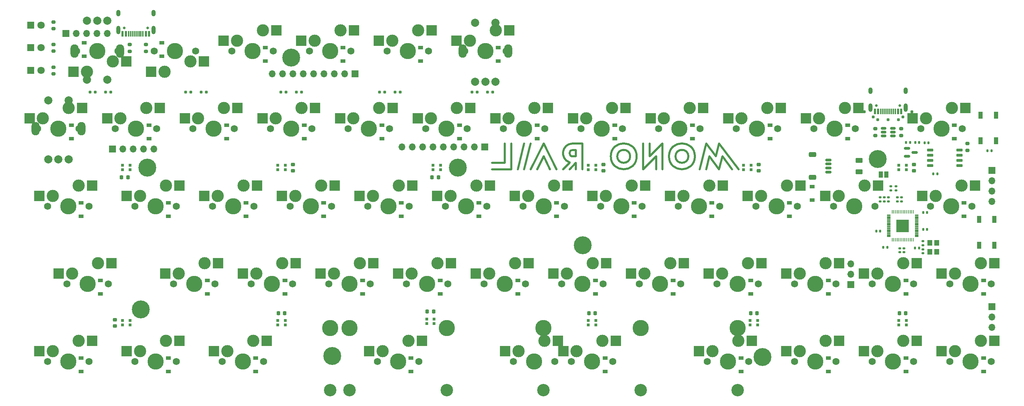
<source format=gbs>
%TF.GenerationSoftware,KiCad,Pcbnew,(6.0.10)*%
%TF.CreationDate,2023-05-23T15:51:50-05:00*%
%TF.ProjectId,Monorail_Jet,4d6f6e6f-7261-4696-9c5f-4a65742e6b69,rev?*%
%TF.SameCoordinates,Original*%
%TF.FileFunction,Soldermask,Bot*%
%TF.FilePolarity,Negative*%
%FSLAX46Y46*%
G04 Gerber Fmt 4.6, Leading zero omitted, Abs format (unit mm)*
G04 Created by KiCad (PCBNEW (6.0.10)) date 2023-05-23 15:51:50*
%MOMM*%
%LPD*%
G01*
G04 APERTURE LIST*
G04 Aperture macros list*
%AMRoundRect*
0 Rectangle with rounded corners*
0 $1 Rounding radius*
0 $2 $3 $4 $5 $6 $7 $8 $9 X,Y pos of 4 corners*
0 Add a 4 corners polygon primitive as box body*
4,1,4,$2,$3,$4,$5,$6,$7,$8,$9,$2,$3,0*
0 Add four circle primitives for the rounded corners*
1,1,$1+$1,$2,$3*
1,1,$1+$1,$4,$5*
1,1,$1+$1,$6,$7*
1,1,$1+$1,$8,$9*
0 Add four rect primitives between the rounded corners*
20,1,$1+$1,$2,$3,$4,$5,0*
20,1,$1+$1,$4,$5,$6,$7,0*
20,1,$1+$1,$6,$7,$8,$9,0*
20,1,$1+$1,$8,$9,$2,$3,0*%
G04 Aperture macros list end*
%ADD10C,0.500000*%
%ADD11C,3.000000*%
%ADD12C,3.048000*%
%ADD13C,3.987800*%
%ADD14C,1.750000*%
%ADD15R,2.550000X2.500000*%
%ADD16C,0.787400*%
%ADD17R,1.700000X1.700000*%
%ADD18O,1.700000X1.700000*%
%ADD19R,1.800000X1.800000*%
%ADD20C,1.800000*%
%ADD21C,4.400000*%
%ADD22C,2.000000*%
%ADD23RoundRect,1.000000X0.000000X-0.650000X0.000000X0.650000X0.000000X0.650000X0.000000X-0.650000X0*%
%ADD24RoundRect,0.250000X0.625000X-0.375000X0.625000X0.375000X-0.625000X0.375000X-0.625000X-0.375000X0*%
%ADD25C,0.650000*%
%ADD26R,0.600000X1.450000*%
%ADD27R,0.300000X1.450000*%
%ADD28O,1.000000X2.100000*%
%ADD29O,1.000000X1.600000*%
%ADD30RoundRect,0.200000X0.275000X-0.200000X0.275000X0.200000X-0.275000X0.200000X-0.275000X-0.200000X0*%
%ADD31RoundRect,0.135000X0.185000X-0.135000X0.185000X0.135000X-0.185000X0.135000X-0.185000X-0.135000X0*%
%ADD32RoundRect,0.150000X0.512500X0.150000X-0.512500X0.150000X-0.512500X-0.150000X0.512500X-0.150000X0*%
%ADD33R,1.200000X0.900000*%
%ADD34RoundRect,0.225000X-0.250000X0.225000X-0.250000X-0.225000X0.250000X-0.225000X0.250000X0.225000X0*%
%ADD35RoundRect,0.135000X-0.135000X-0.185000X0.135000X-0.185000X0.135000X0.185000X-0.135000X0.185000X0*%
%ADD36R,0.700000X0.700000*%
%ADD37RoundRect,0.140000X0.170000X-0.140000X0.170000X0.140000X-0.170000X0.140000X-0.170000X-0.140000X0*%
%ADD38RoundRect,0.225000X0.225000X0.250000X-0.225000X0.250000X-0.225000X-0.250000X0.225000X-0.250000X0*%
%ADD39RoundRect,0.200000X-0.275000X0.200000X-0.275000X-0.200000X0.275000X-0.200000X0.275000X0.200000X0*%
%ADD40RoundRect,0.140000X0.140000X0.170000X-0.140000X0.170000X-0.140000X-0.170000X0.140000X-0.170000X0*%
%ADD41RoundRect,0.140000X-0.140000X-0.170000X0.140000X-0.170000X0.140000X0.170000X-0.140000X0.170000X0*%
%ADD42R,1.000000X1.700000*%
%ADD43RoundRect,0.006000X0.414000X0.094000X-0.414000X0.094000X-0.414000X-0.094000X0.414000X-0.094000X0*%
%ADD44RoundRect,0.020000X0.080000X0.400000X-0.080000X0.400000X-0.080000X-0.400000X0.080000X-0.400000X0*%
%ADD45R,3.100000X3.100000*%
%ADD46RoundRect,0.225000X-0.225000X-0.250000X0.225000X-0.250000X0.225000X0.250000X-0.225000X0.250000X0*%
%ADD47RoundRect,0.225000X0.250000X-0.225000X0.250000X0.225000X-0.250000X0.225000X-0.250000X-0.225000X0*%
%ADD48RoundRect,0.140000X-0.170000X0.140000X-0.170000X-0.140000X0.170000X-0.140000X0.170000X0.140000X0*%
%ADD49RoundRect,0.150000X0.650000X0.150000X-0.650000X0.150000X-0.650000X-0.150000X0.650000X-0.150000X0*%
%ADD50RoundRect,0.150000X0.625000X-0.150000X0.625000X0.150000X-0.625000X0.150000X-0.625000X-0.150000X0*%
%ADD51RoundRect,0.250000X0.650000X-0.350000X0.650000X0.350000X-0.650000X0.350000X-0.650000X-0.350000X0*%
%ADD52RoundRect,1.000000X0.000000X0.650000X0.000000X-0.650000X0.000000X-0.650000X0.000000X0.650000X0*%
%ADD53R,1.000000X1.500000*%
%ADD54RoundRect,0.150000X-0.587500X-0.150000X0.587500X-0.150000X0.587500X0.150000X-0.587500X0.150000X0*%
%ADD55R,1.200000X1.400000*%
%ADD56RoundRect,0.135000X0.135000X0.185000X-0.135000X0.185000X-0.135000X-0.185000X0.135000X-0.185000X0*%
G04 APERTURE END LIST*
D10*
X180784375Y-79775000D02*
G75*
G03*
X180784375Y-79775000I-3175000J0D01*
G01*
X165100000Y-76624184D02*
X167481250Y-76624184D01*
X148431250Y-81386684D02*
X148431250Y-76624184D01*
X145256250Y-81386684D02*
X148431250Y-81386684D01*
X196262500Y-82950000D02*
X197850000Y-76600000D01*
X201025000Y-82950000D02*
X198643750Y-79775000D01*
X187134375Y-76600000D02*
X183959375Y-79775000D01*
X204200000Y-82950000D02*
X201818750Y-79775000D01*
X200231250Y-79775000D02*
X201025000Y-76600000D01*
X151606250Y-82974184D02*
X153193750Y-76624184D01*
X187134375Y-82950000D02*
X187134375Y-76600000D01*
X164306250Y-82974184D02*
X165893750Y-81386684D01*
X150018750Y-82974184D02*
X145256250Y-82974184D01*
X179196875Y-79775000D02*
G75*
G03*
X179196875Y-79775000I-1587500J0D01*
G01*
X165893750Y-82974184D02*
X165893750Y-81386684D01*
X201025000Y-82950000D02*
X201818750Y-79775000D01*
X165893750Y-78211684D02*
X165100000Y-78211684D01*
X182371875Y-82950000D02*
X185546875Y-79775000D01*
X182371875Y-82950000D02*
X182371875Y-76600000D01*
X205787500Y-82950000D02*
X201025000Y-76600000D01*
X197850000Y-82950000D02*
X198643750Y-79775000D01*
X165893750Y-79799184D02*
X165893750Y-78211684D01*
X156368750Y-82974184D02*
X157956250Y-79799184D01*
X185546875Y-79775000D02*
X185546875Y-82950000D01*
X195071875Y-79775000D02*
G75*
G03*
X195071875Y-79775000I-3175000J0D01*
G01*
X157956250Y-79799184D02*
X159543750Y-82974184D01*
X200231250Y-79775000D02*
X197850000Y-76600000D01*
X165100000Y-76624118D02*
G75*
G03*
X164346983Y-81264486I0J-2381282D01*
G01*
X183959375Y-79775000D02*
X183959375Y-76600000D01*
X162718750Y-82974184D02*
X164306250Y-81386684D01*
X153193750Y-82974184D02*
X154781250Y-76624184D01*
X165100000Y-78211616D02*
G75*
G03*
X165100000Y-79799184I0J-793784D01*
G01*
X150018750Y-82974184D02*
X150018750Y-76624184D01*
X193484375Y-79775000D02*
G75*
G03*
X193484375Y-79775000I-1587500J0D01*
G01*
X157956250Y-76624184D02*
X154781250Y-82974184D01*
X165893750Y-79799184D02*
X165100000Y-79799184D01*
X161131250Y-82974184D02*
X157956250Y-76624184D01*
X167481250Y-82974184D02*
X167481250Y-76624184D01*
D11*
%TO.C,MX46*%
X118427500Y-127635000D03*
D12*
X134175500Y-137160000D03*
D13*
X122237500Y-130175000D03*
X110299500Y-121920000D03*
D12*
X110299500Y-137160000D03*
D11*
X124777500Y-125095000D03*
D14*
X127317500Y-130175000D03*
D13*
X134175500Y-121920000D03*
D14*
X117157500Y-130175000D03*
D15*
X115152500Y-127635000D03*
X128079500Y-125095000D03*
%TD*%
D14*
%TO.C,MX50*%
X257651250Y-130175000D03*
D11*
X258921250Y-127635000D03*
D13*
X262731250Y-130175000D03*
D14*
X267811250Y-130175000D03*
D11*
X265271250Y-125095000D03*
D15*
X255646250Y-127635000D03*
X268573250Y-125095000D03*
%TD*%
D11*
%TO.C,MX51*%
X37465000Y-127635000D03*
X43815000Y-125095000D03*
D14*
X46355000Y-130175000D03*
D13*
X41275000Y-130175000D03*
D14*
X36195000Y-130175000D03*
D15*
X34190000Y-127635000D03*
X47117000Y-125095000D03*
%TD*%
D14*
%TO.C,MX52*%
X57626250Y-130175000D03*
X67786250Y-130175000D03*
D13*
X62706250Y-130175000D03*
D11*
X65246250Y-125095000D03*
X58896250Y-127635000D03*
D15*
X55621250Y-127635000D03*
X68548250Y-125095000D03*
%TD*%
D13*
%TO.C,MX47*%
X181800500Y-121920000D03*
X157924500Y-121920000D03*
D11*
X166052500Y-127635000D03*
X172402500Y-125095000D03*
D14*
X174942500Y-130175000D03*
D13*
X169862500Y-130175000D03*
D12*
X181800500Y-137160000D03*
D14*
X164782500Y-130175000D03*
D12*
X157924500Y-137160000D03*
D15*
X162777500Y-127635000D03*
X175704500Y-125095000D03*
%TD*%
D14*
%TO.C,MX7*%
X33813750Y-73025000D03*
D13*
X38893750Y-73025000D03*
D11*
X41433750Y-67945000D03*
D14*
X43973750Y-73025000D03*
D11*
X35083750Y-70485000D03*
D15*
X31808750Y-70485000D03*
X44735750Y-67945000D03*
%TD*%
D11*
%TO.C,MX8*%
X60483750Y-67945000D03*
D13*
X57943750Y-73025000D03*
D14*
X63023750Y-73025000D03*
D11*
X54133750Y-70485000D03*
D14*
X52863750Y-73025000D03*
D15*
X50858750Y-70485000D03*
X63785750Y-67945000D03*
%TD*%
D11*
%TO.C,MX9*%
X73183750Y-70485000D03*
D14*
X71913750Y-73025000D03*
D13*
X76993750Y-73025000D03*
D11*
X79533750Y-67945000D03*
D14*
X82073750Y-73025000D03*
D15*
X69908750Y-70485000D03*
X82835750Y-67945000D03*
%TD*%
D14*
%TO.C,MX10*%
X90963750Y-73025000D03*
D13*
X96043750Y-73025000D03*
D11*
X92233750Y-70485000D03*
D14*
X101123750Y-73025000D03*
D11*
X98583750Y-67945000D03*
D15*
X88958750Y-70485000D03*
X101885750Y-67945000D03*
%TD*%
D11*
%TO.C,MX11*%
X117633750Y-67945000D03*
D14*
X110013750Y-73025000D03*
D13*
X115093750Y-73025000D03*
D14*
X120173750Y-73025000D03*
D11*
X111283750Y-70485000D03*
D15*
X108008750Y-70485000D03*
X120935750Y-67945000D03*
%TD*%
D13*
%TO.C,MX12*%
X134143750Y-73025000D03*
D11*
X130333750Y-70485000D03*
D14*
X129063750Y-73025000D03*
D11*
X136683750Y-67945000D03*
D14*
X139223750Y-73025000D03*
D15*
X127058750Y-70485000D03*
X139985750Y-67945000D03*
%TD*%
D14*
%TO.C,MX13*%
X148113750Y-73025000D03*
D13*
X153193750Y-73025000D03*
D11*
X149383750Y-70485000D03*
D14*
X158273750Y-73025000D03*
D11*
X155733750Y-67945000D03*
D15*
X146108750Y-70485000D03*
X159035750Y-67945000D03*
%TD*%
D13*
%TO.C,MX14*%
X172243750Y-73025000D03*
D11*
X168433750Y-70485000D03*
X174783750Y-67945000D03*
D14*
X177323750Y-73025000D03*
X167163750Y-73025000D03*
D15*
X165158750Y-70485000D03*
X178085750Y-67945000D03*
%TD*%
D11*
%TO.C,MX15*%
X187483750Y-70485000D03*
X193833750Y-67945000D03*
D14*
X196373750Y-73025000D03*
X186213750Y-73025000D03*
D13*
X191293750Y-73025000D03*
D15*
X184208750Y-70485000D03*
X197135750Y-67945000D03*
%TD*%
D13*
%TO.C,MX16*%
X210343750Y-73025000D03*
D14*
X205263750Y-73025000D03*
D11*
X206533750Y-70485000D03*
D14*
X215423750Y-73025000D03*
D11*
X212883750Y-67945000D03*
D15*
X203258750Y-70485000D03*
X216185750Y-67945000D03*
%TD*%
D11*
%TO.C,MX17*%
X225583750Y-70485000D03*
X231933750Y-67945000D03*
D13*
X229393750Y-73025000D03*
D14*
X234473750Y-73025000D03*
X224313750Y-73025000D03*
D15*
X222308750Y-70485000D03*
X235235750Y-67945000D03*
%TD*%
D11*
%TO.C,MX18*%
X251777500Y-70485000D03*
X258127500Y-67945000D03*
D14*
X250507500Y-73025000D03*
X260667500Y-73025000D03*
D13*
X255587500Y-73025000D03*
D15*
X248502500Y-70485000D03*
X261429500Y-67945000D03*
%TD*%
D11*
%TO.C,MX19*%
X43815000Y-86995000D03*
D14*
X36195000Y-92075000D03*
D13*
X41275000Y-92075000D03*
D14*
X46355000Y-92075000D03*
D11*
X37465000Y-89535000D03*
D15*
X34190000Y-89535000D03*
X47117000Y-86995000D03*
%TD*%
D13*
%TO.C,MX20*%
X62706250Y-92075000D03*
D11*
X58896250Y-89535000D03*
D14*
X57626250Y-92075000D03*
X67786250Y-92075000D03*
D11*
X65246250Y-86995000D03*
D15*
X55621250Y-89535000D03*
X68548250Y-86995000D03*
%TD*%
D14*
%TO.C,MX21*%
X76676250Y-92075000D03*
D13*
X81756250Y-92075000D03*
D11*
X84296250Y-86995000D03*
X77946250Y-89535000D03*
D14*
X86836250Y-92075000D03*
D15*
X74671250Y-89535000D03*
X87598250Y-86995000D03*
%TD*%
D14*
%TO.C,MX22*%
X95726250Y-92075000D03*
D11*
X103346250Y-86995000D03*
D13*
X100806250Y-92075000D03*
D14*
X105886250Y-92075000D03*
D11*
X96996250Y-89535000D03*
D15*
X93721250Y-89535000D03*
X106648250Y-86995000D03*
%TD*%
D13*
%TO.C,MX23*%
X119856250Y-92075000D03*
D14*
X114776250Y-92075000D03*
X124936250Y-92075000D03*
D11*
X116046250Y-89535000D03*
X122396250Y-86995000D03*
D15*
X112771250Y-89535000D03*
X125698250Y-86995000D03*
%TD*%
D11*
%TO.C,MX24*%
X135096250Y-89535000D03*
X141446250Y-86995000D03*
D14*
X143986250Y-92075000D03*
D13*
X138906250Y-92075000D03*
D14*
X133826250Y-92075000D03*
D15*
X131821250Y-89535000D03*
X144748250Y-86995000D03*
%TD*%
D14*
%TO.C,MX25*%
X163036250Y-92075000D03*
X152876250Y-92075000D03*
D11*
X160496250Y-86995000D03*
D13*
X157956250Y-92075000D03*
D11*
X154146250Y-89535000D03*
D15*
X150871250Y-89535000D03*
X163798250Y-86995000D03*
%TD*%
D11*
%TO.C,MX26*%
X179546250Y-86995000D03*
D14*
X182086250Y-92075000D03*
D13*
X177006250Y-92075000D03*
D14*
X171926250Y-92075000D03*
D11*
X173196250Y-89535000D03*
D15*
X169921250Y-89535000D03*
X182848250Y-86995000D03*
%TD*%
D13*
%TO.C,MX27*%
X196056250Y-92075000D03*
D11*
X198596250Y-86995000D03*
D14*
X201136250Y-92075000D03*
D11*
X192246250Y-89535000D03*
D14*
X190976250Y-92075000D03*
D15*
X188971250Y-89535000D03*
X201898250Y-86995000D03*
%TD*%
D13*
%TO.C,MX28*%
X215106250Y-92075000D03*
D14*
X220186250Y-92075000D03*
D11*
X217646250Y-86995000D03*
D14*
X210026250Y-92075000D03*
D11*
X211296250Y-89535000D03*
D15*
X208021250Y-89535000D03*
X220948250Y-86995000D03*
%TD*%
D11*
%TO.C,MX29*%
X236696250Y-86995000D03*
D14*
X239236250Y-92075000D03*
X229076250Y-92075000D03*
D13*
X234156250Y-92075000D03*
D11*
X230346250Y-89535000D03*
D15*
X227071250Y-89535000D03*
X239998250Y-86995000D03*
%TD*%
D14*
%TO.C,MX30*%
X252888750Y-92075000D03*
D13*
X257968750Y-92075000D03*
D11*
X254158750Y-89535000D03*
D14*
X263048750Y-92075000D03*
D11*
X260508750Y-86995000D03*
D15*
X250883750Y-89535000D03*
X263810750Y-86995000D03*
%TD*%
D14*
%TO.C,MX31*%
X40957500Y-111125000D03*
D11*
X42227500Y-108585000D03*
D13*
X46037500Y-111125000D03*
D11*
X48577500Y-106045000D03*
D14*
X51117500Y-111125000D03*
D15*
X38952500Y-108585000D03*
X51879500Y-106045000D03*
%TD*%
D13*
%TO.C,MX32*%
X72231250Y-111125000D03*
D14*
X77311250Y-111125000D03*
D11*
X74771250Y-106045000D03*
X68421250Y-108585000D03*
D14*
X67151250Y-111125000D03*
D15*
X65146250Y-108585000D03*
X78073250Y-106045000D03*
%TD*%
D14*
%TO.C,MX33*%
X86201250Y-111125000D03*
D11*
X87471250Y-108585000D03*
D14*
X96361250Y-111125000D03*
D11*
X93821250Y-106045000D03*
D13*
X91281250Y-111125000D03*
D15*
X84196250Y-108585000D03*
X97123250Y-106045000D03*
%TD*%
D14*
%TO.C,MX34*%
X115411250Y-111125000D03*
D11*
X106521250Y-108585000D03*
D14*
X105251250Y-111125000D03*
D11*
X112871250Y-106045000D03*
D13*
X110331250Y-111125000D03*
D15*
X103246250Y-108585000D03*
X116173250Y-106045000D03*
%TD*%
D14*
%TO.C,MX35*%
X134461250Y-111125000D03*
X124301250Y-111125000D03*
D13*
X129381250Y-111125000D03*
D11*
X131921250Y-106045000D03*
X125571250Y-108585000D03*
D15*
X122296250Y-108585000D03*
X135223250Y-106045000D03*
%TD*%
D14*
%TO.C,MX36*%
X143351250Y-111125000D03*
D11*
X150971250Y-106045000D03*
X144621250Y-108585000D03*
D13*
X148431250Y-111125000D03*
D14*
X153511250Y-111125000D03*
D15*
X141346250Y-108585000D03*
X154273250Y-106045000D03*
%TD*%
D11*
%TO.C,MX37*%
X163671250Y-108585000D03*
D14*
X162401250Y-111125000D03*
D13*
X167481250Y-111125000D03*
D14*
X172561250Y-111125000D03*
D11*
X170021250Y-106045000D03*
D15*
X160396250Y-108585000D03*
X173323250Y-106045000D03*
%TD*%
D14*
%TO.C,MX38*%
X181451250Y-111125000D03*
X191611250Y-111125000D03*
D11*
X189071250Y-106045000D03*
X182721250Y-108585000D03*
D13*
X186531250Y-111125000D03*
D15*
X179446250Y-108585000D03*
X192373250Y-106045000D03*
%TD*%
D14*
%TO.C,MX39*%
X210661250Y-111125000D03*
D11*
X201771250Y-108585000D03*
X208121250Y-106045000D03*
D13*
X205581250Y-111125000D03*
D14*
X200501250Y-111125000D03*
D15*
X198496250Y-108585000D03*
X211423250Y-106045000D03*
%TD*%
D11*
%TO.C,MX40*%
X227171250Y-106045000D03*
D13*
X224631250Y-111125000D03*
D14*
X229711250Y-111125000D03*
X219551250Y-111125000D03*
D11*
X220821250Y-108585000D03*
D15*
X217546250Y-108585000D03*
X230473250Y-106045000D03*
%TD*%
D14*
%TO.C,MX41*%
X238601250Y-111125000D03*
D13*
X243681250Y-111125000D03*
D14*
X248761250Y-111125000D03*
D11*
X246221250Y-106045000D03*
X239871250Y-108585000D03*
D15*
X236596250Y-108585000D03*
X249523250Y-106045000D03*
%TD*%
D14*
%TO.C,MX42*%
X267811250Y-111125000D03*
D11*
X265271250Y-106045000D03*
X258921250Y-108585000D03*
D13*
X262731250Y-111125000D03*
D14*
X257651250Y-111125000D03*
D15*
X255646250Y-108585000D03*
X268573250Y-106045000D03*
%TD*%
D14*
%TO.C,MX2*%
X72548750Y-53975000D03*
D11*
X71278750Y-56515000D03*
D13*
X67468750Y-53975000D03*
D11*
X64928750Y-59055000D03*
D14*
X62388750Y-53975000D03*
D15*
X74553750Y-56515000D03*
X61626750Y-59055000D03*
%TD*%
D13*
%TO.C,MX3*%
X86518750Y-53975000D03*
D14*
X91598750Y-53975000D03*
X81438750Y-53975000D03*
D11*
X82708750Y-51435000D03*
X89058750Y-48895000D03*
D15*
X79433750Y-51435000D03*
X92360750Y-48895000D03*
%TD*%
D11*
%TO.C,MX4*%
X108108750Y-48895000D03*
D14*
X110648750Y-53975000D03*
X100488750Y-53975000D03*
D11*
X101758750Y-51435000D03*
D13*
X105568750Y-53975000D03*
D15*
X98483750Y-51435000D03*
X111410750Y-48895000D03*
%TD*%
D14*
%TO.C,MX5*%
X129698750Y-53975000D03*
X119538750Y-53975000D03*
D11*
X120808750Y-51435000D03*
D13*
X124618750Y-53975000D03*
D11*
X127158750Y-48895000D03*
D15*
X117533750Y-51435000D03*
X130460750Y-48895000D03*
%TD*%
D14*
%TO.C,MX6*%
X138588750Y-53975000D03*
D13*
X143668750Y-53975000D03*
D11*
X139858750Y-51435000D03*
X146208750Y-48895000D03*
D14*
X148748750Y-53975000D03*
D15*
X136583750Y-51435000D03*
X149510750Y-48895000D03*
%TD*%
D16*
%TO.C,REF\u002A\u002A*%
X50482500Y-64039750D03*
X51752500Y-64039750D03*
X47942500Y-64039750D03*
X46672500Y-64039750D03*
%TD*%
%TO.C,REF\u002A\u002A*%
X98583750Y-64039750D03*
X97313750Y-64039750D03*
X93503750Y-64039750D03*
X94773750Y-64039750D03*
%TD*%
D17*
%TO.C,J10*%
X143512500Y-77437500D03*
D18*
X140972500Y-77437500D03*
X138432500Y-77437500D03*
X135892500Y-77437500D03*
X133352500Y-77437500D03*
X130812500Y-77437500D03*
X128272500Y-77437500D03*
X125732500Y-77437500D03*
X123192500Y-77437500D03*
%TD*%
D16*
%TO.C,REF\u002A\u002A*%
X245030625Y-70786625D03*
X242490625Y-70786625D03*
X239950625Y-70786625D03*
%TD*%
D17*
%TO.C,J7*%
X111680625Y-59531250D03*
D18*
X109140625Y-59531250D03*
X106600625Y-59531250D03*
X104060625Y-59531250D03*
X101520625Y-59531250D03*
X98980625Y-59531250D03*
X96440625Y-59531250D03*
X93900625Y-59531250D03*
X91360625Y-59531250D03*
%TD*%
D17*
%TO.C,J9*%
X52175000Y-78000000D03*
D18*
X54715000Y-78000000D03*
X57255000Y-78000000D03*
X59795000Y-78000000D03*
X62335000Y-78000000D03*
%TD*%
D11*
%TO.C,MX53*%
X86677500Y-125095000D03*
D14*
X79057500Y-130175000D03*
D13*
X84137500Y-130175000D03*
D11*
X80327500Y-127635000D03*
D14*
X89217500Y-130175000D03*
D15*
X77052500Y-127635000D03*
X89979500Y-125095000D03*
%TD*%
D19*
%TO.C,D55*%
X32099250Y-58642000D03*
D20*
X34639250Y-58642000D03*
%TD*%
D16*
%TO.C,REF\u002A\u002A*%
X141605000Y-64039750D03*
X145415000Y-64039750D03*
X144145000Y-64039750D03*
X140335000Y-64039750D03*
%TD*%
D12*
%TO.C,MX58*%
X105575100Y-137160000D03*
D13*
X105575100Y-121920000D03*
D14*
X160655000Y-130175000D03*
X150495000Y-130175000D03*
D12*
X205574900Y-137160000D03*
D13*
X205574900Y-121920000D03*
D11*
X158115000Y-125095000D03*
X151765000Y-127635000D03*
D13*
X155575000Y-130175000D03*
D15*
X148490000Y-127635000D03*
X161417000Y-125095000D03*
%TD*%
D21*
%TO.C,*%
X96043750Y-55562500D03*
%TD*%
D22*
%TO.C,SW3*%
X141168750Y-61475000D03*
X146168750Y-61475000D03*
X143668750Y-61475000D03*
D23*
X138068750Y-53975000D03*
X149268750Y-53975000D03*
D22*
X146168750Y-46975000D03*
X141168750Y-46975000D03*
%TD*%
D16*
%TO.C,REF\u002A\u002A*%
X122793125Y-64039750D03*
X118983125Y-64039750D03*
X117713125Y-64039750D03*
X121523125Y-64039750D03*
%TD*%
D19*
%TO.C,D53*%
X32099250Y-47592000D03*
D20*
X34639250Y-47592000D03*
%TD*%
D11*
%TO.C,MX1*%
X52228750Y-56515000D03*
D14*
X43338750Y-53975000D03*
D13*
X48418750Y-53975000D03*
D14*
X53498750Y-53975000D03*
D11*
X45878750Y-59055000D03*
D15*
X55503750Y-56515000D03*
X42576750Y-59055000D03*
%TD*%
D21*
%TO.C,H1*%
X239953400Y-80424450D03*
X136903400Y-82550450D03*
X167553400Y-101600450D03*
X60703400Y-82550450D03*
X211703400Y-129059450D03*
X59103400Y-117324450D03*
X106053400Y-128774450D03*
%TD*%
D16*
%TO.C,REF\u002A\u002A*%
X246135466Y-70140262D03*
X248335170Y-68870262D03*
%TD*%
D11*
%TO.C,MX57*%
X246221250Y-125095000D03*
D13*
X243681250Y-130175000D03*
D14*
X248761250Y-130175000D03*
D11*
X239871250Y-127635000D03*
D14*
X238601250Y-130175000D03*
D15*
X236596250Y-127635000D03*
X249523250Y-125095000D03*
%TD*%
D16*
%TO.C,REF\u002A\u002A*%
X70088125Y-64039750D03*
X75168125Y-64039750D03*
X71358125Y-64039750D03*
X73898125Y-64039750D03*
%TD*%
D14*
%TO.C,MX55*%
X198120000Y-130175000D03*
D11*
X205740000Y-125095000D03*
D13*
X203200000Y-130175000D03*
D11*
X199390000Y-127635000D03*
D14*
X208280000Y-130175000D03*
D15*
X196115000Y-127635000D03*
X209042000Y-125095000D03*
%TD*%
D11*
%TO.C,MX49*%
X227171250Y-125095000D03*
D14*
X219551250Y-130175000D03*
D13*
X224631250Y-130175000D03*
D11*
X220821250Y-127635000D03*
D14*
X229711250Y-130175000D03*
D15*
X217546250Y-127635000D03*
X230473250Y-125095000D03*
%TD*%
D19*
%TO.C,D54*%
X32099250Y-53117000D03*
D20*
X34639250Y-53117000D03*
%TD*%
D16*
%TO.C,REF\u002A\u002A*%
X236655560Y-68861242D03*
X238855264Y-70131242D03*
%TD*%
D17*
%TO.C,J8*%
X40737500Y-49587500D03*
D18*
X43277500Y-49587500D03*
X45817500Y-49587500D03*
X48357500Y-49587500D03*
X50897500Y-49587500D03*
%TD*%
D24*
%TO.C,F1*%
X235347928Y-83571835D03*
X235347928Y-80771835D03*
%TD*%
D25*
%TO.C,J1*%
X245380625Y-67290625D03*
X239600625Y-67290625D03*
D26*
X239240625Y-68735625D03*
X240040625Y-68735625D03*
D27*
X241240625Y-68735625D03*
X242240625Y-68735625D03*
X242740625Y-68735625D03*
X243740625Y-68735625D03*
D26*
X244940625Y-68735625D03*
X245740625Y-68735625D03*
X245740625Y-68735625D03*
X244940625Y-68735625D03*
D27*
X244240625Y-68735625D03*
X243240625Y-68735625D03*
X241740625Y-68735625D03*
X240740625Y-68735625D03*
D26*
X240040625Y-68735625D03*
X239240625Y-68735625D03*
D28*
X246810625Y-67820625D03*
D29*
X238170625Y-63640625D03*
D28*
X238170625Y-67820625D03*
D29*
X246810625Y-63640625D03*
%TD*%
D30*
%TO.C,R4*%
X60325000Y-54006250D03*
X60325000Y-52356250D03*
%TD*%
%TO.C,R3*%
X245665625Y-74643750D03*
X245665625Y-72993750D03*
%TD*%
%TO.C,R1*%
X239315625Y-74643750D03*
X239315625Y-72993750D03*
%TD*%
%TO.C,R2*%
X56356250Y-54006250D03*
X56356250Y-52356250D03*
%TD*%
D31*
%TO.C,R6*%
X243125625Y-88147500D03*
X243125625Y-87127500D03*
%TD*%
D32*
%TO.C,U1*%
X243628125Y-72868750D03*
X243628125Y-73818750D03*
X243628125Y-74768750D03*
X241353125Y-74768750D03*
X241353125Y-73818750D03*
X241353125Y-72868750D03*
%TD*%
D33*
%TO.C,D33*%
X94456250Y-113568750D03*
X94456250Y-110268750D03*
%TD*%
D34*
%TO.C,C9*%
X52784375Y-119875000D03*
X52784375Y-121425000D03*
%TD*%
D33*
%TO.C,D9*%
X80168750Y-75468750D03*
X80168750Y-72168750D03*
%TD*%
D17*
%TO.C,SWD1*%
X233362500Y-111268750D03*
D18*
X233362500Y-108728750D03*
X233362500Y-106188750D03*
%TD*%
D33*
%TO.C,D27*%
X199231250Y-94518750D03*
X199231250Y-91218750D03*
%TD*%
%TO.C,D8*%
X61118750Y-75468750D03*
X61118750Y-72168750D03*
%TD*%
%TO.C,D28*%
X218281250Y-94518750D03*
X218281250Y-91218750D03*
%TD*%
%TO.C,D14*%
X175418750Y-75468750D03*
X175418750Y-72168750D03*
%TD*%
D35*
%TO.C,R14*%
X266836250Y-78393751D03*
X267856250Y-78393751D03*
%TD*%
D33*
%TO.C,D18*%
X258762500Y-75468750D03*
X258762500Y-72168750D03*
%TD*%
D36*
%TO.C,D65*%
X92747500Y-120100000D03*
X94577500Y-120100000D03*
X94577500Y-121200000D03*
X92747500Y-121200000D03*
%TD*%
%TO.C,D61*%
X170777500Y-83100000D03*
X168947500Y-83100000D03*
X168947500Y-82000000D03*
X170777500Y-82000000D03*
%TD*%
D37*
%TO.C,C6*%
X251064013Y-103552401D03*
X251064013Y-102592401D03*
%TD*%
%TO.C,C8*%
X245808750Y-90830023D03*
X245808750Y-89870023D03*
%TD*%
D17*
%TO.C,J6*%
X267962500Y-116712500D03*
D18*
X267962500Y-119252500D03*
X267962500Y-121792500D03*
%TD*%
D38*
%TO.C,C16*%
X132140625Y-84931250D03*
X130590625Y-84931250D03*
%TD*%
D39*
%TO.C,R13*%
X261976292Y-76648118D03*
X261976292Y-78298118D03*
%TD*%
D40*
%TO.C,C28*%
X252409280Y-76490476D03*
X251449280Y-76490476D03*
%TD*%
D39*
%TO.C,R11*%
X37703125Y-57912500D03*
X37703125Y-59562500D03*
%TD*%
D41*
%TO.C,C26*%
X251122014Y-93542939D03*
X252082014Y-93542939D03*
%TD*%
D33*
%TO.C,D13*%
X156368750Y-75468750D03*
X156368750Y-72168750D03*
%TD*%
D41*
%TO.C,C2*%
X246919787Y-76333887D03*
X247879787Y-76333887D03*
%TD*%
D25*
%TO.C,J2*%
X60770250Y-48240625D03*
X54990250Y-48240625D03*
D26*
X54630250Y-49685625D03*
X55430250Y-49685625D03*
D27*
X56630250Y-49685625D03*
X57630250Y-49685625D03*
X58130250Y-49685625D03*
X59130250Y-49685625D03*
D26*
X60330250Y-49685625D03*
X61130250Y-49685625D03*
X61130250Y-49685625D03*
X60330250Y-49685625D03*
D27*
X59630250Y-49685625D03*
X58630250Y-49685625D03*
X57130250Y-49685625D03*
X56130250Y-49685625D03*
D26*
X55430250Y-49685625D03*
X54630250Y-49685625D03*
D29*
X53560250Y-44590625D03*
D28*
X62200250Y-48770625D03*
D29*
X62200250Y-44590625D03*
D28*
X53560250Y-48770625D03*
%TD*%
D33*
%TO.C,D16*%
X213518750Y-75468750D03*
X213518750Y-72168750D03*
%TD*%
%TO.C,D3*%
X89693750Y-56418750D03*
X89693750Y-53118750D03*
%TD*%
%TO.C,D51*%
X246856250Y-132618750D03*
X246856250Y-129318750D03*
%TD*%
D37*
%TO.C,C5*%
X242567100Y-90830023D03*
X242567100Y-89870023D03*
%TD*%
D42*
%TO.C,SWR1*%
X268600000Y-95275000D03*
X268600000Y-101575000D03*
X264800000Y-101575000D03*
X264800000Y-95275000D03*
%TD*%
D33*
%TO.C,D34*%
X113506250Y-113568750D03*
X113506250Y-110268750D03*
%TD*%
%TO.C,D44*%
X65881250Y-132618750D03*
X65881250Y-129318750D03*
%TD*%
D35*
%TO.C,R5*%
X241331994Y-102074696D03*
X242351994Y-102074696D03*
%TD*%
D36*
%TO.C,D63*%
X94577500Y-83100000D03*
X92747500Y-83100000D03*
X92747500Y-82000000D03*
X94577500Y-82000000D03*
%TD*%
%TO.C,D66*%
X54647500Y-120100000D03*
X56477500Y-120100000D03*
X56477500Y-121200000D03*
X54647500Y-121200000D03*
%TD*%
D38*
%TO.C,C10*%
X55940625Y-84931250D03*
X54390625Y-84931250D03*
%TD*%
D33*
%TO.C,D7*%
X42068750Y-75468750D03*
X42068750Y-72168750D03*
%TD*%
D43*
%TO.C,U3*%
X249497500Y-94237500D03*
X249497500Y-94637500D03*
X249497500Y-95037500D03*
X249497500Y-95437500D03*
X249497500Y-95837500D03*
X249497500Y-96237500D03*
X249497500Y-96637500D03*
X249497500Y-97037500D03*
X249497500Y-97437500D03*
X249497500Y-97837500D03*
X249497500Y-98237500D03*
X249497500Y-98637500D03*
X249497500Y-99037500D03*
X249497500Y-99437500D03*
D44*
X248662500Y-100272500D03*
X248262500Y-100272500D03*
X247862500Y-100272500D03*
X247462500Y-100272500D03*
X247062500Y-100272500D03*
X246662500Y-100272500D03*
X246262500Y-100272500D03*
X245862500Y-100272500D03*
X245462500Y-100272500D03*
X245062500Y-100272500D03*
X244662500Y-100272500D03*
X244262500Y-100272500D03*
X243862500Y-100272500D03*
X243462500Y-100272500D03*
D43*
X242627500Y-99437500D03*
X242627500Y-99037500D03*
X242627500Y-98637500D03*
X242627500Y-98237500D03*
X242627500Y-97837500D03*
X242627500Y-97437500D03*
X242627500Y-97037500D03*
X242627500Y-96637500D03*
X242627500Y-96237500D03*
X242627500Y-95837500D03*
X242627500Y-95437500D03*
X242627500Y-95037500D03*
X242627500Y-94637500D03*
X242627500Y-94237500D03*
D44*
X243462500Y-93402500D03*
X243862500Y-93402500D03*
X244262500Y-93402500D03*
X244662500Y-93402500D03*
X245062500Y-93402500D03*
X245462500Y-93402500D03*
X245862500Y-93402500D03*
X246262500Y-93402500D03*
X246662500Y-93402500D03*
X247062500Y-93402500D03*
X247462500Y-93402500D03*
X247862500Y-93402500D03*
X248262500Y-93402500D03*
X248662500Y-93402500D03*
D45*
X246062500Y-96837500D03*
%TD*%
D41*
%TO.C,C1*%
X249163134Y-76410261D03*
X250123134Y-76410261D03*
%TD*%
D33*
%TO.C,D22*%
X103981250Y-94518750D03*
X103981250Y-91218750D03*
%TD*%
D46*
%TO.C,C12*%
X92887500Y-118268750D03*
X94437500Y-118268750D03*
%TD*%
D33*
%TO.C,D6*%
X146843750Y-56418750D03*
X146843750Y-53118750D03*
%TD*%
D37*
%TO.C,C22*%
X241567100Y-90830023D03*
X241567100Y-89870023D03*
%TD*%
D33*
%TO.C,D11*%
X118268750Y-75468750D03*
X118268750Y-72168750D03*
%TD*%
%TO.C,D48*%
X173037500Y-132618750D03*
X173037500Y-129318750D03*
%TD*%
D47*
%TO.C,C18*%
X96440625Y-83325000D03*
X96440625Y-81775000D03*
%TD*%
D33*
%TO.C,D41*%
X246856250Y-113568750D03*
X246856250Y-110268750D03*
%TD*%
%TO.C,D45*%
X87312500Y-132618750D03*
X87312500Y-129318750D03*
%TD*%
%TO.C,D52*%
X265906250Y-132618750D03*
X265906250Y-129318750D03*
%TD*%
D17*
%TO.C,J4*%
X267962500Y-83237500D03*
D18*
X267962500Y-85777500D03*
X267962500Y-88317500D03*
X267962500Y-90857500D03*
%TD*%
D33*
%TO.C,D12*%
X137318750Y-75468750D03*
X137318750Y-72168750D03*
%TD*%
%TO.C,D17*%
X232568750Y-75468750D03*
X232568750Y-72168750D03*
%TD*%
D40*
%TO.C,C24*%
X240568286Y-98137203D03*
X239608286Y-98137203D03*
%TD*%
D36*
%TO.C,D59*%
X246977500Y-83100000D03*
X245147500Y-83100000D03*
X245147500Y-82000000D03*
X246977500Y-82000000D03*
%TD*%
D47*
%TO.C,C14*%
X210740625Y-83325000D03*
X210740625Y-81775000D03*
%TD*%
D33*
%TO.C,D24*%
X142081250Y-94518750D03*
X142081250Y-91218750D03*
%TD*%
D46*
%TO.C,C15*%
X245287500Y-118268750D03*
X246837500Y-118268750D03*
%TD*%
D33*
%TO.C,D47*%
X125412500Y-132618750D03*
X125412500Y-129318750D03*
%TD*%
D36*
%TO.C,D58*%
X245147500Y-120100000D03*
X246977500Y-120100000D03*
X246977500Y-121200000D03*
X245147500Y-121200000D03*
%TD*%
D33*
%TO.C,D36*%
X151606250Y-113568750D03*
X151606250Y-110268750D03*
%TD*%
%TO.C,D30*%
X261143750Y-94518750D03*
X261143750Y-91218750D03*
%TD*%
D46*
%TO.C,C20*%
X208775000Y-118268750D03*
X210325000Y-118268750D03*
%TD*%
D33*
%TO.C,D38*%
X189706250Y-113568750D03*
X189706250Y-110268750D03*
%TD*%
D48*
%TO.C,C21*%
X246400000Y-102357500D03*
X246400000Y-103317500D03*
%TD*%
D46*
%TO.C,C17*%
X169087500Y-118268750D03*
X170637500Y-118268750D03*
%TD*%
D37*
%TO.C,C3*%
X244808750Y-90830023D03*
X244808750Y-89870023D03*
%TD*%
D36*
%TO.C,D64*%
X129260000Y-119703125D03*
X131090000Y-119703125D03*
X131090000Y-120803125D03*
X129260000Y-120803125D03*
%TD*%
D33*
%TO.C,D31*%
X49212500Y-113568750D03*
X49212500Y-110268750D03*
%TD*%
%TO.C,D39*%
X208756250Y-113568750D03*
X208756250Y-110268750D03*
%TD*%
D39*
%TO.C,R9*%
X37703125Y-46800000D03*
X37703125Y-48450000D03*
%TD*%
D33*
%TO.C,D10*%
X99218750Y-75468750D03*
X99218750Y-72168750D03*
%TD*%
D42*
%TO.C,SWR2*%
X265162500Y-69687500D03*
X265162500Y-75987500D03*
X268962500Y-75987500D03*
X268962500Y-69687500D03*
%TD*%
D49*
%TO.C,U4*%
X259981250Y-78263750D03*
X259981250Y-79533750D03*
X259981250Y-80803750D03*
X259981250Y-82073750D03*
X252781250Y-82073750D03*
X252781250Y-80803750D03*
X252781250Y-79533750D03*
X252781250Y-78263750D03*
%TD*%
D36*
%TO.C,D62*%
X132677500Y-83100000D03*
X130847500Y-83100000D03*
X130847500Y-82000000D03*
X132677500Y-82000000D03*
%TD*%
D33*
%TO.C,D20*%
X65881250Y-94518750D03*
X65881250Y-91218750D03*
%TD*%
%TO.C,D1*%
X45243750Y-51928125D03*
X45243750Y-55228125D03*
%TD*%
%TO.C,D49*%
X206375000Y-132618750D03*
X206375000Y-129318750D03*
%TD*%
%TO.C,D26*%
X180181250Y-94518750D03*
X180181250Y-91218750D03*
%TD*%
D31*
%TO.C,R7*%
X244462500Y-88147500D03*
X244462500Y-87127500D03*
%TD*%
D39*
%TO.C,R10*%
X37703125Y-52292000D03*
X37703125Y-53942000D03*
%TD*%
D33*
%TO.C,D4*%
X108743750Y-56418750D03*
X108743750Y-53118750D03*
%TD*%
%TO.C,D15*%
X194468750Y-75468750D03*
X194468750Y-72168750D03*
%TD*%
%TO.C,D2*%
X64293750Y-51928125D03*
X64293750Y-55228125D03*
%TD*%
D37*
%TO.C,C23*%
X240506250Y-90830023D03*
X240506250Y-89870023D03*
%TD*%
D33*
%TO.C,D23*%
X123031250Y-94518750D03*
X123031250Y-91218750D03*
%TD*%
%TO.C,D40*%
X227806250Y-113568750D03*
X227806250Y-110268750D03*
%TD*%
D36*
%TO.C,D67*%
X56477500Y-83100000D03*
X54647500Y-83100000D03*
X54647500Y-82000000D03*
X56477500Y-82000000D03*
%TD*%
%TO.C,D60*%
X208877500Y-83100000D03*
X207047500Y-83100000D03*
X207047500Y-82000000D03*
X208877500Y-82000000D03*
%TD*%
D50*
%TO.C,J5*%
X227821875Y-83653125D03*
X227821875Y-82653125D03*
X227821875Y-81653125D03*
X227821875Y-80653125D03*
D51*
X223946875Y-79353125D03*
X223946875Y-84953125D03*
%TD*%
D46*
%TO.C,C13*%
X129400000Y-117871875D03*
X130950000Y-117871875D03*
%TD*%
D33*
%TO.C,D21*%
X84931250Y-94518750D03*
X84931250Y-91218750D03*
%TD*%
%TO.C,D50*%
X227806250Y-132618750D03*
X227806250Y-129318750D03*
%TD*%
%TO.C,D43*%
X44450000Y-132618750D03*
X44450000Y-129318750D03*
%TD*%
D22*
%TO.C,SW2*%
X45918750Y-46475000D03*
X50918750Y-46475000D03*
X48418750Y-46475000D03*
D52*
X54018750Y-53975000D03*
X42818750Y-53975000D03*
D22*
X50918750Y-60975000D03*
X45918750Y-60975000D03*
%TD*%
D48*
%TO.C,C7*%
X245400000Y-102357500D03*
X245400000Y-103317500D03*
%TD*%
D33*
%TO.C,D25*%
X161131250Y-94518750D03*
X161131250Y-91218750D03*
%TD*%
D22*
%TO.C,SW1*%
X41393750Y-80525000D03*
X36393750Y-80525000D03*
X38893750Y-80525000D03*
D23*
X33293750Y-73025000D03*
X44493750Y-73025000D03*
D22*
X36393750Y-66025000D03*
X41393750Y-66025000D03*
%TD*%
D33*
%TO.C,D19*%
X44450000Y-94518750D03*
X44450000Y-91218750D03*
%TD*%
%TO.C,D29*%
X223837500Y-90550000D03*
X223837500Y-87250000D03*
%TD*%
D53*
%TO.C,JP1*%
X240732405Y-84217334D03*
X242032405Y-84217334D03*
%TD*%
D54*
%TO.C,U2*%
X247139171Y-79751119D03*
X247139171Y-77851119D03*
X249014171Y-78801119D03*
%TD*%
D33*
%TO.C,D32*%
X75406250Y-113568750D03*
X75406250Y-110268750D03*
%TD*%
%TO.C,D35*%
X132556250Y-113568750D03*
X132556250Y-110268750D03*
%TD*%
%TO.C,D5*%
X127793750Y-56418750D03*
X127793750Y-53118750D03*
%TD*%
D47*
%TO.C,C19*%
X172640625Y-83325000D03*
X172640625Y-81775000D03*
%TD*%
D55*
%TO.C,Y1*%
X252714013Y-103172401D03*
X252714013Y-100972401D03*
X254414013Y-100972401D03*
X254414013Y-103172401D03*
%TD*%
D33*
%TO.C,D37*%
X170656250Y-113568750D03*
X170656250Y-110268750D03*
%TD*%
D40*
%TO.C,C4*%
X254573695Y-84078765D03*
X253613695Y-84078765D03*
%TD*%
D33*
%TO.C,D42*%
X265906250Y-113568750D03*
X265906250Y-110268750D03*
%TD*%
D36*
%TO.C,D56*%
X168947500Y-120100000D03*
X170777500Y-120100000D03*
X170777500Y-121200000D03*
X168947500Y-121200000D03*
%TD*%
%TO.C,D57*%
X208635000Y-120100000D03*
X210465000Y-120100000D03*
X210465000Y-121200000D03*
X208635000Y-121200000D03*
%TD*%
D41*
%TO.C,C25*%
X251082500Y-97737500D03*
X252042500Y-97737500D03*
%TD*%
D47*
%TO.C,C11*%
X248840625Y-83325000D03*
X248840625Y-81775000D03*
%TD*%
D37*
%TO.C,C27*%
X251064013Y-101572401D03*
X251064013Y-100612401D03*
%TD*%
D56*
%TO.C,R12*%
X250074013Y-102237500D03*
X249054013Y-102237500D03*
%TD*%
M02*

</source>
